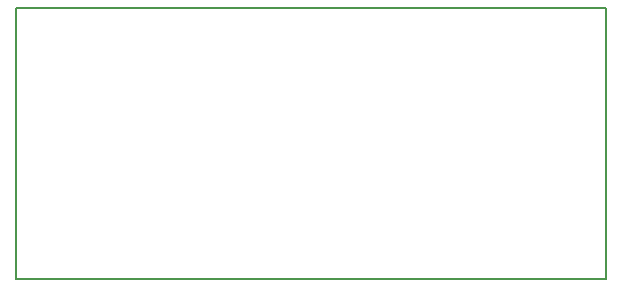
<source format=gbr>
G04 #@! TF.GenerationSoftware,KiCad,Pcbnew,(5.0.2)-1*
G04 #@! TF.CreationDate,2020-04-01T19:52:44+09:00*
G04 #@! TF.ProjectId,controller,636f6e74-726f-46c6-9c65-722e6b696361,rev?*
G04 #@! TF.SameCoordinates,Original*
G04 #@! TF.FileFunction,Profile,NP*
%FSLAX46Y46*%
G04 Gerber Fmt 4.6, Leading zero omitted, Abs format (unit mm)*
G04 Created by KiCad (PCBNEW (5.0.2)-1) date 2020/04/01 19:52:44*
%MOMM*%
%LPD*%
G01*
G04 APERTURE LIST*
%ADD10C,0.150000*%
G04 APERTURE END LIST*
D10*
X50000000Y-50000000D02*
X50000000Y-73000000D01*
X100000000Y-50000000D02*
X50000000Y-50000000D01*
X100000000Y-73000000D02*
X100000000Y-50000000D01*
X50000000Y-73000000D02*
X100000000Y-73000000D01*
M02*

</source>
